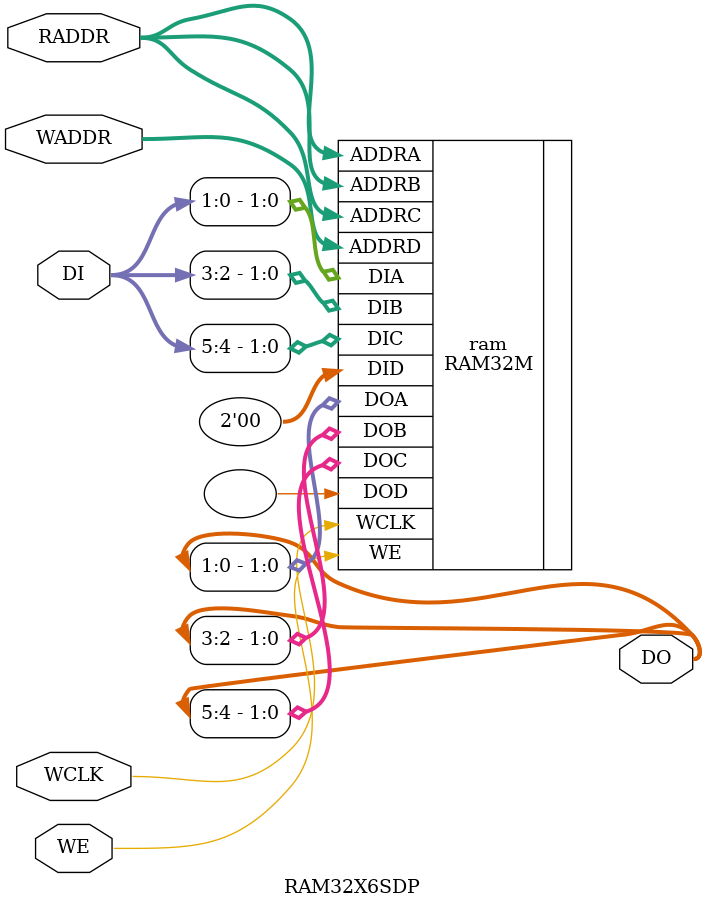
<source format=v>
module RAM32X6SDP(RADDR, WADDR, DI, DO, WE, WCLK);
    input [4:0] RADDR;	// read address
    input [4:0] WADDR;	// write address
    input [5:0] DI;		// data input
    output [5:0] DO;		// data output
    input WE;				// write enables for port A MSB and LSB
    input WCLK;			// write clock for port A
// Wire RAM32M ports
RAM32M ram (
	.DIA(DI[1:0]),
	.DOA(DO[1:0]),
	.ADDRA(RADDR),
	.DIB(DI[3:2]),
	.DOB(DO[3:2]),
	.ADDRB(RADDR),
	.DIC(DI[5:4]),
	.DOC(DO[5:4]),
	.ADDRC(RADDR),
	.DID(2'b00),
	.DOD(),
	.ADDRD(WADDR),
	.WE(WE),
	.WCLK(WCLK)
	);
endmodule

</source>
